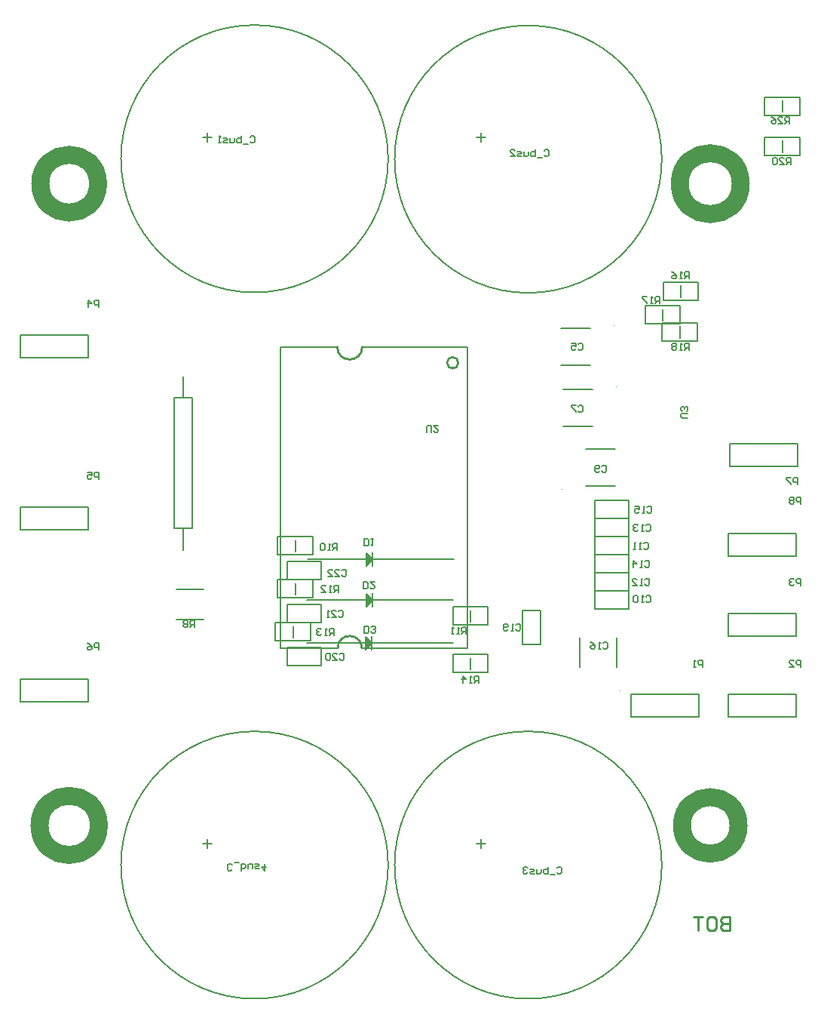
<source format=gbo>
G04 Layer_Color=32896*
%FSLAX25Y25*%
%MOIN*%
G70*
G01*
G75*
%ADD45C,0.00787*%
%ADD48C,0.00394*%
%ADD49C,0.07874*%
%ADD50C,0.00500*%
%ADD51C,0.00600*%
%ADD52C,0.01000*%
D45*
X200055Y30000D02*
G03*
X200055Y30000I-59055J0D01*
G01*
X321055D02*
G03*
X321055Y30000I-59055J0D01*
G01*
Y341800D02*
G03*
X321055Y341800I-59055J0D01*
G01*
X200055Y342000D02*
G03*
X200055Y342000I-59055J0D01*
G01*
X37500Y254000D02*
X67500D01*
X37500D02*
Y264000D01*
X67500D01*
Y254000D02*
Y264000D01*
X37500Y178050D02*
X67500D01*
X37500D02*
Y188050D01*
X67500D01*
Y178050D02*
Y188050D01*
X37500Y102100D02*
X67500D01*
X37500D02*
Y112100D01*
X67500D01*
Y102100D02*
Y112100D01*
X337500Y95500D02*
Y105500D01*
X307500D02*
X337500D01*
X307500Y95500D02*
Y105500D01*
Y95500D02*
X337500D01*
X380500Y95500D02*
Y105500D01*
X350500D02*
X380500D01*
X350500Y95500D02*
Y105500D01*
Y95500D02*
X380500D01*
Y131041D02*
Y141041D01*
X350500D02*
X380500D01*
X350500Y131041D02*
Y141041D01*
Y131041D02*
X380500D01*
X350500Y166500D02*
Y176500D01*
Y166500D02*
X380500D01*
Y176500D01*
X350500D02*
X380500D01*
X329000Y262941D02*
Y268059D01*
X321500Y270441D02*
Y275559D01*
X329500Y280941D02*
Y286059D01*
X374300Y344941D02*
Y350059D01*
Y362641D02*
Y367759D01*
X284831Y117504D02*
Y130496D01*
X301169Y117504D02*
Y130496D01*
X109500Y178653D02*
X113437D01*
Y236330D01*
X105563D02*
X113437D01*
X105563Y178653D02*
Y236330D01*
Y178653D02*
X109500D01*
Y236330D02*
Y245877D01*
Y169106D02*
Y178653D01*
X106494Y151795D02*
X118306D01*
X106494Y138605D02*
X118306D01*
X152422Y125844D02*
X177784D01*
X188414D02*
X235099D01*
X188599Y258844D02*
X235099D01*
X152422D02*
X177599D01*
X152422Y125844D02*
Y258844D01*
X235099Y125844D02*
Y258844D01*
X236500Y116441D02*
Y121559D01*
X158000Y130441D02*
Y135559D01*
X159000Y149441D02*
Y154559D01*
X236500Y137441D02*
Y142559D01*
X159000Y168441D02*
Y173559D01*
X191987Y127078D02*
Y128578D01*
X191487Y126778D02*
Y129078D01*
X190787Y126078D02*
Y130178D01*
X192887Y124978D02*
Y131078D01*
X190087Y125178D02*
Y130878D01*
X192487Y128478D01*
X190087Y125178D02*
X192487Y127578D01*
Y128478D01*
X163987Y127978D02*
X228687D01*
X190087Y130878D02*
X190787Y130178D01*
X192200Y146100D02*
Y147600D01*
X191700Y145800D02*
Y148100D01*
X191000Y145100D02*
Y149200D01*
X193100Y144000D02*
Y150100D01*
X190300Y144200D02*
Y149900D01*
X192700Y147500D01*
X190300Y144200D02*
X192700Y146600D01*
Y147500D01*
X164200Y147000D02*
X228900D01*
X190300Y149900D02*
X191000Y149200D01*
X192334Y164100D02*
Y165600D01*
X191834Y163800D02*
Y166100D01*
X191134Y163100D02*
Y167200D01*
X193234Y162000D02*
Y168100D01*
X190434Y162200D02*
Y167900D01*
X192834Y165500D01*
X190434Y162200D02*
X192834Y164600D01*
Y165500D01*
X164334Y165000D02*
X229034D01*
X190434Y167900D02*
X191134Y167200D01*
X118000Y39528D02*
X122000D01*
X120000Y37528D02*
Y41528D01*
X239000Y39528D02*
X243000D01*
X241000Y37528D02*
Y41528D01*
X239000Y351328D02*
X243000D01*
X241000Y349328D02*
Y353328D01*
X118000Y351528D02*
X122000D01*
X120000Y349528D02*
Y353528D01*
X287504Y213669D02*
X300496D01*
X287504Y197331D02*
X300496D01*
X277504Y223831D02*
X290496D01*
X277504Y240169D02*
X290496D01*
X276504Y250831D02*
X289496D01*
X276504Y267169D02*
X289496D01*
X381100Y206000D02*
Y216000D01*
X351100D02*
X381100D01*
X351100Y206000D02*
Y216000D01*
Y206000D02*
X381100D01*
D48*
X302595Y107023D02*
G03*
X302595Y107023I-197J0D01*
G01*
X277220Y196102D02*
G03*
X277220Y196102I-197J0D01*
G01*
X301174Y241398D02*
G03*
X301174Y241398I-197J0D01*
G01*
X300174Y268398D02*
G03*
X300174Y268398I-197J0D01*
G01*
D49*
X72137Y47500D02*
G03*
X72137Y47500I-13102J0D01*
G01*
X355000D02*
G03*
X355000Y47500I-12500J0D01*
G01*
X355977Y330965D02*
G03*
X355977Y330965I-13477J0D01*
G01*
X71800D02*
G03*
X71800Y330965I-12765J0D01*
G01*
D50*
X336736Y261504D02*
Y269496D01*
X321264Y261504D02*
X336736D01*
X321264D02*
Y269496D01*
X336736D01*
X313764Y269004D02*
Y276996D01*
X329236D01*
Y269004D02*
Y276996D01*
X313764Y269004D02*
X329236D01*
X337236Y279504D02*
Y287496D01*
X321764Y279504D02*
X337236D01*
X321764D02*
Y287496D01*
X337236D01*
X366564Y343504D02*
Y351496D01*
X382036D01*
Y343504D02*
Y351496D01*
X366564Y343504D02*
X382036D01*
X366564Y361204D02*
Y369196D01*
X382036D01*
Y361204D02*
Y369196D01*
X366564Y361204D02*
X382036D01*
X228764Y122996D02*
X244236D01*
X228764Y115004D02*
Y122996D01*
Y115004D02*
X244236D01*
Y122996D01*
X150264Y129004D02*
X165736D01*
Y136996D01*
X150264D02*
X165736D01*
X150264Y129004D02*
Y136996D01*
X151264Y148004D02*
X166736D01*
Y155996D01*
X151264D02*
X166736D01*
X151264Y148004D02*
Y155996D01*
X228764Y136004D02*
X244236D01*
Y143996D01*
X228764D02*
X244236D01*
X228764Y136004D02*
Y143996D01*
X151264Y167004D02*
X166736D01*
Y174996D01*
X151264D02*
X166736D01*
X151264Y167004D02*
Y174996D01*
X155405Y155950D02*
Y164050D01*
X170595D01*
X155405Y155950D02*
X170595D01*
Y164050D01*
X155405Y136950D02*
Y145050D01*
X170595D01*
X155405Y136950D02*
X170595D01*
Y145050D01*
X155405Y117950D02*
Y126050D01*
X170595D01*
X155405Y117950D02*
X170595D01*
Y126050D01*
X259450Y142595D02*
X267550D01*
Y127405D02*
Y142595D01*
X259450Y127405D02*
Y142595D01*
Y127405D02*
X267550D01*
X291405Y182950D02*
Y191050D01*
X306595D01*
X291405Y182950D02*
X306595D01*
Y191050D01*
X291405Y158950D02*
Y167050D01*
X306595D01*
X291405Y158950D02*
X306595D01*
Y167050D01*
X291405Y174950D02*
Y183050D01*
X306595D01*
X291405Y174950D02*
X306595D01*
Y183050D01*
X291405Y150950D02*
Y159050D01*
X306595D01*
X291405Y150950D02*
X306595D01*
Y159050D01*
X291405Y166950D02*
Y175050D01*
X306595D01*
X291405Y166950D02*
X306595D01*
Y175050D01*
X291405Y142950D02*
Y151050D01*
X306595D01*
X291405Y142950D02*
X306595D01*
Y151050D01*
D51*
X295001Y127999D02*
X295500Y128499D01*
X296500D01*
X297000Y127999D01*
Y126000D01*
X296500Y125500D01*
X295500D01*
X295001Y126000D01*
X294001Y125500D02*
X293001D01*
X293501D01*
Y128499D01*
X294001Y127999D01*
X289502Y128499D02*
X290502Y127999D01*
X291502Y126999D01*
Y126000D01*
X291002Y125500D01*
X290002D01*
X289502Y126000D01*
Y126500D01*
X290002Y126999D01*
X291502D01*
X189500Y132501D02*
Y135500D01*
X190999D01*
X191499Y135000D01*
Y133001D01*
X190999Y132501D01*
X189500D01*
X192499Y133001D02*
X192999Y132501D01*
X193999D01*
X194498Y133001D01*
Y133501D01*
X193999Y134001D01*
X193499D01*
X193999D01*
X194498Y134500D01*
Y135000D01*
X193999Y135500D01*
X192999D01*
X192499Y135000D01*
X189000Y152001D02*
Y155000D01*
X190499D01*
X190999Y154500D01*
Y152501D01*
X190499Y152001D01*
X189000D01*
X193998Y155000D02*
X191999D01*
X193998Y153001D01*
Y152501D01*
X193499Y152001D01*
X192499D01*
X191999Y152501D01*
X189500Y171001D02*
Y174000D01*
X190999D01*
X191499Y173500D01*
Y171501D01*
X190999Y171001D01*
X189500D01*
X192499Y174000D02*
X193499D01*
X192999D01*
Y171001D01*
X192499Y171501D01*
X234500Y132000D02*
Y134999D01*
X233000D01*
X232501Y134499D01*
Y133500D01*
X233000Y133000D01*
X234500D01*
X233500D02*
X232501Y132000D01*
X231501D02*
X230501D01*
X231001D01*
Y134999D01*
X231501Y134499D01*
X229002Y132000D02*
X228002D01*
X228502D01*
Y134999D01*
X229002Y134499D01*
X176000Y131500D02*
Y134499D01*
X174501D01*
X174001Y133999D01*
Y133000D01*
X174501Y132500D01*
X176000D01*
X175000D02*
X174001Y131500D01*
X173001D02*
X172001D01*
X172501D01*
Y134499D01*
X173001Y133999D01*
X170502D02*
X170002Y134499D01*
X169002D01*
X168502Y133999D01*
Y133499D01*
X169002Y133000D01*
X169502D01*
X169002D01*
X168502Y132500D01*
Y132000D01*
X169002Y131500D01*
X170002D01*
X170502Y132000D01*
X178000Y150500D02*
Y153499D01*
X176500D01*
X176001Y152999D01*
Y151999D01*
X176500Y151500D01*
X178000D01*
X177000D02*
X176001Y150500D01*
X175001D02*
X174001D01*
X174501D01*
Y153499D01*
X175001Y152999D01*
X170502Y150500D02*
X172502D01*
X170502Y152499D01*
Y152999D01*
X171002Y153499D01*
X172002D01*
X172502Y152999D01*
X177500Y169000D02*
Y171999D01*
X176000D01*
X175501Y171499D01*
Y170500D01*
X176000Y170000D01*
X177500D01*
X176500D02*
X175501Y169000D01*
X174501D02*
X173501D01*
X174001D01*
Y171999D01*
X174501Y171499D01*
X172002D02*
X171502Y171999D01*
X170502D01*
X170002Y171499D01*
Y169500D01*
X170502Y169000D01*
X171502D01*
X172002Y169500D01*
Y171499D01*
X179501Y159999D02*
X180000Y160499D01*
X181000D01*
X181500Y159999D01*
Y158000D01*
X181000Y157500D01*
X180000D01*
X179501Y158000D01*
X176502Y157500D02*
X178501D01*
X176502Y159499D01*
Y159999D01*
X177001Y160499D01*
X178001D01*
X178501Y159999D01*
X173503Y157500D02*
X175502D01*
X173503Y159499D01*
Y159999D01*
X174002Y160499D01*
X175002D01*
X175502Y159999D01*
X178001Y141999D02*
X178500Y142499D01*
X179500D01*
X180000Y141999D01*
Y140000D01*
X179500Y139500D01*
X178500D01*
X178001Y140000D01*
X175002Y139500D02*
X177001D01*
X175002Y141499D01*
Y141999D01*
X175501Y142499D01*
X176501D01*
X177001Y141999D01*
X174002Y139500D02*
X173002D01*
X173502D01*
Y142499D01*
X174002Y141999D01*
X178501Y122999D02*
X179000Y123499D01*
X180000D01*
X180500Y122999D01*
Y121000D01*
X180000Y120500D01*
X179000D01*
X178501Y121000D01*
X175502Y120500D02*
X177501D01*
X175502Y122499D01*
Y122999D01*
X176001Y123499D01*
X177001D01*
X177501Y122999D01*
X174502D02*
X174002Y123499D01*
X173002D01*
X172503Y122999D01*
Y121000D01*
X173002Y120500D01*
X174002D01*
X174502Y121000D01*
Y122999D01*
X314501Y187999D02*
X315001Y188499D01*
X316000D01*
X316500Y187999D01*
Y186000D01*
X316000Y185500D01*
X315001D01*
X314501Y186000D01*
X313501Y185500D02*
X312501D01*
X313001D01*
Y188499D01*
X313501Y187999D01*
X309002Y188499D02*
X311002D01*
Y186999D01*
X310002Y187499D01*
X309502D01*
X309002Y186999D01*
Y186000D01*
X309502Y185500D01*
X310502D01*
X311002Y186000D01*
X313501Y163999D02*
X314001Y164499D01*
X315000D01*
X315500Y163999D01*
Y162000D01*
X315000Y161500D01*
X314001D01*
X313501Y162000D01*
X312501Y161500D02*
X311501D01*
X312001D01*
Y164499D01*
X312501Y163999D01*
X308502Y161500D02*
Y164499D01*
X310002Y162999D01*
X308002D01*
X314001Y179999D02*
X314500Y180499D01*
X315500D01*
X316000Y179999D01*
Y178000D01*
X315500Y177500D01*
X314500D01*
X314001Y178000D01*
X313001Y177500D02*
X312001D01*
X312501D01*
Y180499D01*
X313001Y179999D01*
X310502D02*
X310002Y180499D01*
X309002D01*
X308502Y179999D01*
Y179499D01*
X309002Y178999D01*
X309502D01*
X309002D01*
X308502Y178500D01*
Y178000D01*
X309002Y177500D01*
X310002D01*
X310502Y178000D01*
X313501Y155999D02*
X314001Y156499D01*
X315000D01*
X315500Y155999D01*
Y154000D01*
X315000Y153500D01*
X314001D01*
X313501Y154000D01*
X312501Y153500D02*
X311501D01*
X312001D01*
Y156499D01*
X312501Y155999D01*
X308002Y153500D02*
X310002D01*
X308002Y155499D01*
Y155999D01*
X308502Y156499D01*
X309502D01*
X310002Y155999D01*
X313001Y171999D02*
X313500Y172499D01*
X314500D01*
X315000Y171999D01*
Y170000D01*
X314500Y169500D01*
X313500D01*
X313001Y170000D01*
X312001Y169500D02*
X311001D01*
X311501D01*
Y172499D01*
X312001Y171999D01*
X309502Y169500D02*
X308502D01*
X309002D01*
Y172499D01*
X309502Y171999D01*
X314001Y148499D02*
X314500Y148999D01*
X315500D01*
X316000Y148499D01*
Y146500D01*
X315500Y146000D01*
X314500D01*
X314001Y146500D01*
X313001Y146000D02*
X312001D01*
X312501D01*
Y148999D01*
X313001Y148499D01*
X310502D02*
X310002Y148999D01*
X309002D01*
X308502Y148499D01*
Y146500D01*
X309002Y146000D01*
X310002D01*
X310502Y146500D01*
Y148499D01*
X381100Y198000D02*
Y200999D01*
X379601D01*
X379101Y200499D01*
Y199499D01*
X379601Y199000D01*
X381100D01*
X378101Y200999D02*
X376102D01*
Y200499D01*
X378101Y198500D01*
Y198000D01*
X72000Y125000D02*
Y127999D01*
X70500D01*
X70001Y127499D01*
Y126499D01*
X70500Y126000D01*
X72000D01*
X67002Y127999D02*
X68001Y127499D01*
X69001Y126499D01*
Y125500D01*
X68501Y125000D01*
X67501D01*
X67002Y125500D01*
Y126000D01*
X67501Y126499D01*
X69001D01*
X72000Y200500D02*
Y203499D01*
X70500D01*
X70001Y202999D01*
Y201999D01*
X70500Y201500D01*
X72000D01*
X67002Y203499D02*
X69001D01*
Y201999D01*
X68001Y202499D01*
X67501D01*
X67002Y201999D01*
Y201000D01*
X67501Y200500D01*
X68501D01*
X69001Y201000D01*
X72000Y276500D02*
Y279499D01*
X70500D01*
X70001Y278999D01*
Y277999D01*
X70500Y277500D01*
X72000D01*
X67501Y276500D02*
Y279499D01*
X69001Y277999D01*
X67002D01*
X217173Y221171D02*
Y223670D01*
X217673Y224170D01*
X218673D01*
X219173Y223670D01*
Y221171D01*
X222172Y224170D02*
X220172D01*
X222172Y222171D01*
Y221671D01*
X221672Y221171D01*
X220672D01*
X220172Y221671D01*
X284001Y232499D02*
X284501Y232999D01*
X285500D01*
X286000Y232499D01*
Y230500D01*
X285500Y230000D01*
X284501D01*
X284001Y230500D01*
X283001Y232999D02*
X281002D01*
Y232499D01*
X283001Y230500D01*
Y230000D01*
X284001Y259999D02*
X284501Y260499D01*
X285500D01*
X286000Y259999D01*
Y258000D01*
X285500Y257500D01*
X284501D01*
X284001Y258000D01*
X281002Y260499D02*
X283001D01*
Y258999D01*
X282001Y259499D01*
X281502D01*
X281002Y258999D01*
Y258000D01*
X281502Y257500D01*
X282501D01*
X283001Y258000D01*
X294501Y205999D02*
X295001Y206499D01*
X296000D01*
X296500Y205999D01*
Y204000D01*
X296000Y203500D01*
X295001D01*
X294501Y204000D01*
X293501D02*
X293001Y203500D01*
X292002D01*
X291502Y204000D01*
Y205999D01*
X292002Y206499D01*
X293001D01*
X293501Y205999D01*
Y205499D01*
X293001Y204999D01*
X291502D01*
X269001Y345499D02*
X269500Y345999D01*
X270500D01*
X271000Y345499D01*
Y343500D01*
X270500Y343000D01*
X269500D01*
X269001Y343500D01*
X268001Y342500D02*
X266002D01*
X265002Y345999D02*
Y343000D01*
X263502D01*
X263003Y343500D01*
Y344000D01*
Y344499D01*
X263502Y344999D01*
X265002D01*
X262003D02*
Y343500D01*
X261503Y343000D01*
X260004D01*
Y344999D01*
X259004Y343000D02*
X257504D01*
X257004Y343500D01*
X257504Y344000D01*
X258504D01*
X259004Y344499D01*
X258504Y344999D01*
X257004D01*
X254006Y343000D02*
X256005D01*
X254006Y344999D01*
Y345499D01*
X254505Y345999D01*
X255505D01*
X256005Y345499D01*
X139001Y351499D02*
X139500Y351999D01*
X140500D01*
X141000Y351499D01*
Y349500D01*
X140500Y349000D01*
X139500D01*
X139001Y349500D01*
X138001Y348500D02*
X136002D01*
X135002Y351999D02*
Y349000D01*
X133502D01*
X133003Y349500D01*
Y350000D01*
Y350500D01*
X133502Y350999D01*
X135002D01*
X132003D02*
Y349500D01*
X131503Y349000D01*
X130004D01*
Y350999D01*
X129004Y349000D02*
X127504D01*
X127005Y349500D01*
X127504Y350000D01*
X128504D01*
X129004Y350500D01*
X128504Y350999D01*
X127005D01*
X126005Y349000D02*
X125005D01*
X125505D01*
Y351999D01*
X126005Y351499D01*
X130999Y28001D02*
X130499Y27501D01*
X129500D01*
X129000Y28001D01*
Y30000D01*
X129500Y30500D01*
X130499D01*
X130999Y30000D01*
X131999Y31000D02*
X133998D01*
X134998Y27501D02*
Y30500D01*
X136498D01*
X136997Y30000D01*
Y29500D01*
Y29000D01*
X136498Y28501D01*
X134998D01*
X137997D02*
Y30000D01*
X138497Y30500D01*
X139996D01*
Y28501D01*
X140996Y30500D02*
X142496D01*
X142996Y30000D01*
X142496Y29500D01*
X141496D01*
X140996Y29000D01*
X141496Y28501D01*
X142996D01*
X145495Y30500D02*
Y27501D01*
X143995Y29000D01*
X145994D01*
X274675Y28673D02*
X275174Y29173D01*
X276174D01*
X276674Y28673D01*
Y26674D01*
X276174Y26174D01*
X275174D01*
X274675Y26674D01*
X273675Y25674D02*
X271676D01*
X270676Y29173D02*
Y26174D01*
X269176D01*
X268677Y26674D01*
Y27174D01*
Y27674D01*
X269176Y28173D01*
X270676D01*
X267677D02*
Y26674D01*
X267177Y26174D01*
X265678D01*
Y28173D01*
X264678Y26174D02*
X263178D01*
X262679Y26674D01*
X263178Y27174D01*
X264178D01*
X264678Y27674D01*
X264178Y28173D01*
X262679D01*
X261679Y28673D02*
X261179Y29173D01*
X260179D01*
X259680Y28673D01*
Y28173D01*
X260179Y27674D01*
X260679D01*
X260179D01*
X259680Y27174D01*
Y26674D01*
X260179Y26174D01*
X261179D01*
X261679Y26674D01*
X114500Y135000D02*
Y137999D01*
X113001D01*
X112501Y137499D01*
Y136500D01*
X113001Y136000D01*
X114500D01*
X113500D02*
X112501Y135000D01*
X111501Y137499D02*
X111001Y137999D01*
X110001D01*
X109502Y137499D01*
Y136999D01*
X110001Y136500D01*
X109502Y136000D01*
Y135500D01*
X110001Y135000D01*
X111001D01*
X111501Y135500D01*
Y136000D01*
X111001Y136500D01*
X111501Y136999D01*
Y137499D01*
X111001Y136500D02*
X110001D01*
X332599Y227500D02*
X330100D01*
X329600Y228000D01*
Y228999D01*
X330100Y229499D01*
X332599D01*
X332099Y230499D02*
X332599Y230999D01*
Y231998D01*
X332099Y232498D01*
X331599D01*
X331100Y231998D01*
Y231499D01*
Y231998D01*
X330600Y232498D01*
X330100D01*
X329600Y231998D01*
Y230999D01*
X330100Y230499D01*
X240000Y110500D02*
Y113499D01*
X238500D01*
X238001Y112999D01*
Y111999D01*
X238500Y111500D01*
X240000D01*
X239000D02*
X238001Y110500D01*
X237001D02*
X236001D01*
X236501D01*
Y113499D01*
X237001Y112999D01*
X233002Y110500D02*
Y113499D01*
X234502Y111999D01*
X232502D01*
X256501Y135999D02*
X257000Y136499D01*
X258000D01*
X258500Y135999D01*
Y134000D01*
X258000Y133500D01*
X257000D01*
X256501Y134000D01*
X255501Y133500D02*
X254501D01*
X255001D01*
Y136499D01*
X255501Y135999D01*
X253002Y134000D02*
X252502Y133500D01*
X251502D01*
X251002Y134000D01*
Y135999D01*
X251502Y136499D01*
X252502D01*
X253002Y135999D01*
Y135499D01*
X252502Y135000D01*
X251002D01*
X378000Y339500D02*
Y342499D01*
X376501D01*
X376001Y341999D01*
Y341000D01*
X376501Y340500D01*
X378000D01*
X377000D02*
X376001Y339500D01*
X373002D02*
X375001D01*
X373002Y341499D01*
Y341999D01*
X373501Y342499D01*
X374501D01*
X375001Y341999D01*
X372002D02*
X371502Y342499D01*
X370502D01*
X370003Y341999D01*
Y340000D01*
X370502Y339500D01*
X371502D01*
X372002Y340000D01*
Y341999D01*
X377500Y357500D02*
Y360499D01*
X376000D01*
X375501Y359999D01*
Y358999D01*
X376000Y358500D01*
X377500D01*
X376500D02*
X375501Y357500D01*
X372502D02*
X374501D01*
X372502Y359499D01*
Y359999D01*
X373002Y360499D01*
X374001D01*
X374501Y359999D01*
X369503Y360499D02*
X370502Y359999D01*
X371502Y358999D01*
Y358000D01*
X371002Y357500D01*
X370002D01*
X369503Y358000D01*
Y358500D01*
X370002Y358999D01*
X371502D01*
X382500Y189500D02*
Y192499D01*
X381000D01*
X380501Y191999D01*
Y190999D01*
X381000Y190500D01*
X382500D01*
X379501Y191999D02*
X379001Y192499D01*
X378001D01*
X377502Y191999D01*
Y191499D01*
X378001Y190999D01*
X377502Y190500D01*
Y190000D01*
X378001Y189500D01*
X379001D01*
X379501Y190000D01*
Y190500D01*
X379001Y190999D01*
X379501Y191499D01*
Y191999D01*
X379001Y190999D02*
X378001D01*
X333000Y289000D02*
Y291999D01*
X331501D01*
X331001Y291499D01*
Y290499D01*
X331501Y290000D01*
X333000D01*
X332000D02*
X331001Y289000D01*
X330001D02*
X329001D01*
X329501D01*
Y291999D01*
X330001Y291499D01*
X325502Y291999D02*
X326502Y291499D01*
X327502Y290499D01*
Y289500D01*
X327002Y289000D01*
X326002D01*
X325502Y289500D01*
Y290000D01*
X326002Y290499D01*
X327502D01*
X320000Y278000D02*
Y280999D01*
X318500D01*
X318001Y280499D01*
Y279500D01*
X318500Y279000D01*
X320000D01*
X319000D02*
X318001Y278000D01*
X317001D02*
X316001D01*
X316501D01*
Y280999D01*
X317001Y280499D01*
X314502Y280999D02*
X312502D01*
Y280499D01*
X314502Y278500D01*
Y278000D01*
X333000Y257500D02*
Y260499D01*
X331501D01*
X331001Y259999D01*
Y258999D01*
X331501Y258500D01*
X333000D01*
X332000D02*
X331001Y257500D01*
X330001D02*
X329001D01*
X329501D01*
Y260499D01*
X330001Y259999D01*
X327502D02*
X327002Y260499D01*
X326002D01*
X325502Y259999D01*
Y259499D01*
X326002Y258999D01*
X325502Y258500D01*
Y258000D01*
X326002Y257500D01*
X327002D01*
X327502Y258000D01*
Y258500D01*
X327002Y258999D01*
X327502Y259499D01*
Y259999D01*
X327002Y258999D02*
X326002D01*
X382500Y117500D02*
Y120499D01*
X381000D01*
X380501Y119999D01*
Y119000D01*
X381000Y118500D01*
X382500D01*
X377502Y117500D02*
X379501D01*
X377502Y119499D01*
Y119999D01*
X378001Y120499D01*
X379001D01*
X379501Y119999D01*
X382500Y153500D02*
Y156499D01*
X381000D01*
X380501Y155999D01*
Y154999D01*
X381000Y154500D01*
X382500D01*
X379501Y155999D02*
X379001Y156499D01*
X378001D01*
X377502Y155999D01*
Y155499D01*
X378001Y154999D01*
X378501D01*
X378001D01*
X377502Y154500D01*
Y154000D01*
X378001Y153500D01*
X379001D01*
X379501Y154000D01*
X339000Y117500D02*
Y120499D01*
X337501D01*
X337001Y119999D01*
Y119000D01*
X337501Y118500D01*
X339000D01*
X336001Y117500D02*
X335001D01*
X335501D01*
Y120499D01*
X336001Y119999D01*
D52*
X231099Y251844D02*
G03*
X231099Y251844I-2500J0D01*
G01*
X188414Y125844D02*
G03*
X177784Y125844I-5315J0D01*
G01*
X177599Y258844D02*
G03*
X188599Y258844I5500J0D01*
G01*
X351000Y6998D02*
Y1000D01*
X348001D01*
X347001Y2000D01*
Y2999D01*
X348001Y3999D01*
X351000D01*
X348001D01*
X347001Y4999D01*
Y5998D01*
X348001Y6998D01*
X351000D01*
X342003D02*
X344002D01*
X345002Y5998D01*
Y2000D01*
X344002Y1000D01*
X342003D01*
X341003Y2000D01*
Y5998D01*
X342003Y6998D01*
X339004D02*
X335005D01*
X337004D01*
Y1000D01*
M02*

</source>
